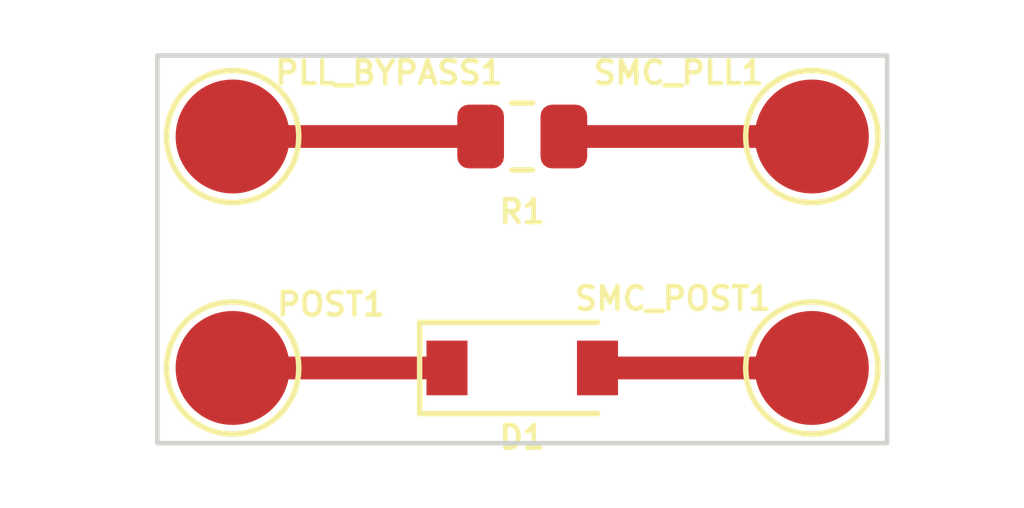
<source format=kicad_pcb>
(kicad_pcb (version 20211014) (generator pcbnew)
  (layers (0 "F.Cu" signal) (31 "B.Cu" signal) (34 "B.Paste" user) (35 "F.Paste" user) (36 "B.SilkS" user "B.Silkscreen") (37 "F.SilkS" user "F.Silkscreen") (38 "B.Mask" user) (39 "F.Mask" user) (44 "Edge.Cuts" user))
  (net 0 "")
  (net 1 "Net-(D1-Pad1)")
  (net 2 "Net-(D1-Pad2)")
  (net 3 "Net-(PLL_BYPASS1-Pad1)")
  (net 4 "Net-(R1-Pad1)")
  (footprint "TestPoint:TestPoint_Pad_D2.5mm" (layer "F.Cu") (at 148.59 104.14)
    (fp_text reference "SMC_POST1")
    (fp_text value "Conn_01x01")
    (fp_text user "${REFERENCE}" (at -3.048 -1.524) (layer "F.SilkS") (effects (font (size 0.5 0.5) (thickness 0.1))))
    (fp_circle (center 0 0) (end 0 1.45) (layer "F.SilkS") (width 0.12) (fill none))
    (pad "1" smd circle (at 0 0) (size 2.5 2.5) (layers "F.Cu" "F.Mask") (net 2 "Net-(D1-Pad2)"))
  )
  (footprint "TestPoint:TestPoint_Pad_D2.5mm" (layer "F.Cu") (at 135.89 99.06)
    (fp_text reference "PLL_BYPASS1")
    (fp_text value "Conn_01x01")
    (fp_text user "${REFERENCE}" (at 3.429 -1.397) (layer "F.SilkS") (effects (font (size 0.5 0.5) (thickness 0.1))))
    (fp_circle (center 0 0) (end 0 1.45) (layer "F.SilkS") (width 0.12) (fill none))
    (pad "1" smd circle (at 0 0) (size 2.5 2.5) (layers "F.Cu" "F.Mask") (net 3 "Net-(PLL_BYPASS1-Pad1)"))
  )
  (footprint "TestPoint:TestPoint_Pad_D2.5mm" (layer "F.Cu") (at 148.59 99.06)
    (fp_text reference "SMC_PLL1" hide)
    (fp_text value "Conn_01x01")
    (fp_text user "${REFERENCE}" (at -2.921 -1.397) (layer "F.SilkS") (effects (font (size 0.5 0.5) (thickness 0.1))))
    (fp_circle (center 0 0) (end 0 1.45) (layer "F.SilkS") (width 0.12) (fill none))
    (pad "1" smd circle (at 0 0) (size 2.5 2.5) (layers "F.Cu" "F.Mask") (net 4 "Net-(R1-Pad1)"))
  )
  (footprint "TestPoint:TestPoint_Pad_D2.5mm" (layer "F.Cu") (at 135.89 104.14)
    (fp_text reference "POST1")
    (fp_text value "Conn_01x01")
    (fp_text user "${REFERENCE}" (at 2.159 -1.397) (layer "F.SilkS") (effects (font (size 0.5 0.5) (thickness 0.1))))
    (fp_circle (center 0 0) (end 0 1.45) (layer "F.SilkS") (width 0.12) (fill none))
    (pad "1" smd circle (at 0 0) (size 2.5 2.5) (layers "F.Cu" "F.Mask") (net 1 "Net-(D1-Pad1)"))
  )
  (footprint "Resistor_SMD:R_0805_2012Metric" (layer "F.Cu") (at 142.24 99.06 180)
    (fp_text reference "R1" (at 0 -1.65) (layer "F.SilkS") (effects (font (size 0.5 0.5) (thickness 0.1))))
    (fp_text value "22K")
    (fp_line (start -0.227064 -0.735) (end 0.227064 -0.735) (layer "F.SilkS") (width 0.12))
    (fp_line (start -0.227064 0.735) (end 0.227064 0.735) (layer "F.SilkS") (width 0.12))
    (pad "1" smd roundrect (at -0.9125 0 180) (size 1.025 1.4) (layers "F.Cu" "F.Paste" "F.Mask") (roundrect_rratio 0.243902439) (net 4 "Net-(R1-Pad1)"))
    (pad "2" smd roundrect (at 0.9125 0 180) (size 1.025 1.4) (layers "F.Cu" "F.Paste" "F.Mask") (roundrect_rratio 0.243902439) (net 3 "Net-(PLL_BYPASS1-Pad1)"))
  )
  (footprint "Diode_SMD:D_SOD-123" (layer "F.Cu") (at 142.24 104.14)
    (fp_text reference "D1" (at 0 1.524) (layer "F.SilkS") (effects (font (size 0.5 0.5) (thickness 0.1))))
    (fp_text value "1N4148W")
    (fp_line (start -2.25 1) (end 1.65 1) (layer "F.SilkS") (width 0.12))
    (fp_line (start -2.25 -1) (end 1.65 -1) (layer "F.SilkS") (width 0.12))
    (fp_line (start -2.25 -1) (end -2.25 1) (layer "F.SilkS") (width 0.12))
    (pad "1" smd rect (at -1.65 0) (size 0.9 1.2) (layers "F.Cu" "F.Paste" "F.Mask") (net 1 "Net-(D1-Pad1)"))
    (pad "2" smd rect (at 1.65 0) (size 0.9 1.2) (layers "F.Cu" "F.Paste" "F.Mask") (net 2 "Net-(D1-Pad2)"))
  )
  (gr_rect (start 150.495 106.045) (end 150.495 106.045) (layer "Edge.Cuts") (width 0.1) (fill none))
  (gr_rect (start 134.239 97.282) (end 150.241 105.791) (layer "Edge.Cuts") (width 0.1) (fill none))
  (gr_rect (start 150.241 105.791) (end 150.241 105.791) (layer "Edge.Cuts") (width 0.1) (fill none))
  (segment (start 135.89 104.14) (end 140.59 104.14) (width 0.5) (layer "F.Cu") (net 1))
  (segment (start 143.89 104.14) (end 148.59 104.14) (width 0.5) (layer "F.Cu") (net 2))
  (segment (start 141.3275 99.06) (end 135.89 99.06) (width 0.5) (layer "F.Cu") (net 3))
  (segment (start 148.59 99.06) (end 143.1525 99.06) (width 0.5) (layer "F.Cu") (net 4))
)
</source>
